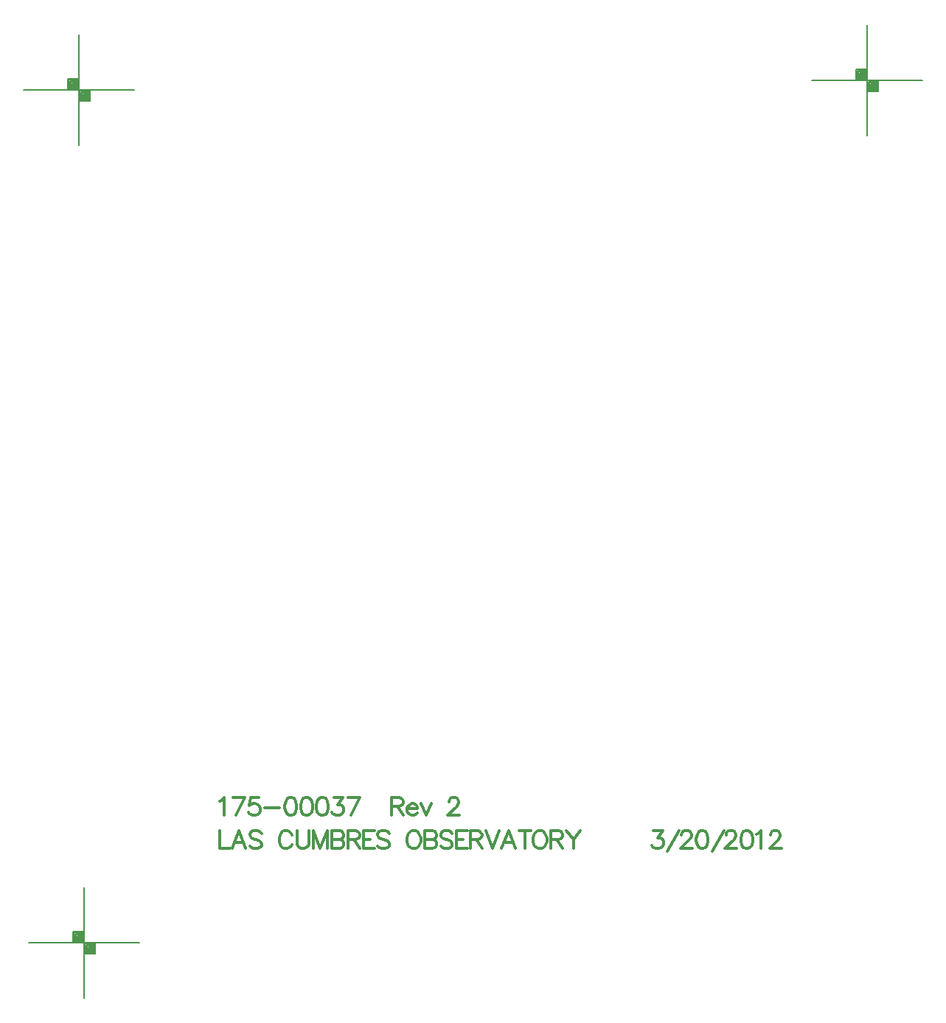
<source format=gtp>
%FSLAX23Y23*%
%MOIN*%
G70*
G01*
G75*
G04 Layer_Color=8421504*
%ADD10C,0.010*%
%ADD11C,0.012*%
%ADD12C,0.008*%
%ADD13C,0.012*%
%ADD14C,0.012*%
%ADD15C,0.069*%
%ADD16R,0.069X0.069*%
%ADD17C,0.177*%
%ADD18C,0.059*%
%ADD19R,0.059X0.059*%
%ADD20C,0.120*%
%ADD21R,0.120X0.120*%
%ADD22C,0.020*%
%ADD23C,0.050*%
%ADD24C,0.040*%
%ADD25C,0.087*%
G04:AMPARAMS|DCode=26|XSize=87.244mil|YSize=87.244mil|CornerRadius=0mil|HoleSize=0mil|Usage=FLASHONLY|Rotation=0.000|XOffset=0mil|YOffset=0mil|HoleType=Round|Shape=Relief|Width=10mil|Gap=10mil|Entries=4|*
%AMTHD26*
7,0,0,0.087,0.067,0.010,45*
%
%ADD26THD26*%
%ADD27C,0.162*%
%ADD28C,0.075*%
G04:AMPARAMS|DCode=29|XSize=110mil|YSize=110mil|CornerRadius=0mil|HoleSize=0mil|Usage=FLASHONLY|Rotation=0.000|XOffset=0mil|YOffset=0mil|HoleType=Round|Shape=Relief|Width=10mil|Gap=10mil|Entries=4|*
%AMTHD29*
7,0,0,0.110,0.090,0.010,45*
%
%ADD29THD29*%
%ADD30C,0.110*%
%ADD31C,0.068*%
G04:AMPARAMS|DCode=32|XSize=68mil|YSize=68mil|CornerRadius=0mil|HoleSize=0mil|Usage=FLASHONLY|Rotation=0.000|XOffset=0mil|YOffset=0mil|HoleType=Round|Shape=Relief|Width=10mil|Gap=10mil|Entries=4|*
%AMTHD32*
7,0,0,0.068,0.048,0.010,45*
%
%ADD32THD32*%
%ADD33C,0.005*%
%ADD34R,0.050X0.050*%
%ADD35R,0.272X0.268*%
%ADD36R,0.075X0.037*%
%ADD37R,0.050X0.050*%
%ADD38C,0.020*%
%ADD39R,0.315X0.135*%
D12*
X47076Y37005D02*
X47576D01*
X47326Y36755D02*
Y37255D01*
X47376Y36955D02*
Y37005D01*
X47326Y36955D02*
X47376D01*
X47276Y37005D02*
Y37055D01*
X47326D01*
X47281Y37010D02*
X47321D01*
X47281D02*
Y37050D01*
X47321D01*
Y37010D02*
Y37050D01*
X47286Y37015D02*
X47316D01*
X47286D02*
Y37045D01*
X47316D01*
Y37020D02*
Y37045D01*
X47291Y37020D02*
X47311D01*
X47291D02*
Y37040D01*
X47311D01*
Y37025D02*
Y37040D01*
X47296Y37025D02*
X47306D01*
X47296D02*
Y37035D01*
X47306D01*
Y37025D02*
Y37035D01*
X47296Y37030D02*
X47306D01*
X47331Y36960D02*
X47371D01*
X47331D02*
Y37000D01*
X47371D01*
Y36960D02*
Y37000D01*
X47336Y36965D02*
X47366D01*
X47336D02*
Y36995D01*
X47366D01*
Y36970D02*
Y36995D01*
X47341Y36970D02*
X47361D01*
X47341D02*
Y36990D01*
X47361D01*
Y36975D02*
Y36990D01*
X47346Y36975D02*
X47356D01*
X47346D02*
Y36985D01*
X47356D01*
Y36975D02*
Y36985D01*
X47346Y36980D02*
X47356D01*
X43511Y36964D02*
X44011D01*
X43761Y36714D02*
Y37214D01*
X43811Y36914D02*
Y36964D01*
X43761Y36914D02*
X43811D01*
X43711Y36964D02*
Y37014D01*
X43761D01*
X43716Y36969D02*
X43756D01*
X43716D02*
Y37009D01*
X43756D01*
Y36969D02*
Y37009D01*
X43721Y36974D02*
X43751D01*
X43721D02*
Y37004D01*
X43751D01*
Y36979D02*
Y37004D01*
X43726Y36979D02*
X43746D01*
X43726D02*
Y36999D01*
X43746D01*
Y36984D02*
Y36999D01*
X43731Y36984D02*
X43741D01*
X43731D02*
Y36994D01*
X43741D01*
Y36984D02*
Y36994D01*
X43731Y36989D02*
X43741D01*
X43766Y36919D02*
X43806D01*
X43766D02*
Y36959D01*
X43806D01*
Y36919D02*
Y36959D01*
X43771Y36924D02*
X43801D01*
X43771D02*
Y36954D01*
X43801D01*
Y36929D02*
Y36954D01*
X43776Y36929D02*
X43796D01*
X43776D02*
Y36949D01*
X43796D01*
Y36934D02*
Y36949D01*
X43781Y36934D02*
X43791D01*
X43781D02*
Y36944D01*
X43791D01*
Y36934D02*
Y36944D01*
X43781Y36939D02*
X43791D01*
X43534Y33107D02*
X44034D01*
X43784Y32857D02*
Y33357D01*
X43834Y33057D02*
Y33107D01*
X43784Y33057D02*
X43834D01*
X43734Y33107D02*
Y33157D01*
X43784D01*
X43739Y33112D02*
X43779D01*
X43739D02*
Y33152D01*
X43779D01*
Y33112D02*
Y33152D01*
X43744Y33117D02*
X43774D01*
X43744D02*
Y33147D01*
X43774D01*
Y33122D02*
Y33147D01*
X43749Y33122D02*
X43769D01*
X43749D02*
Y33142D01*
X43769D01*
Y33127D02*
Y33142D01*
X43754Y33127D02*
X43764D01*
X43754D02*
Y33137D01*
X43764D01*
Y33127D02*
Y33137D01*
X43754Y33132D02*
X43764D01*
X43789Y33062D02*
X43829D01*
X43789D02*
Y33102D01*
X43829D01*
Y33062D02*
Y33102D01*
X43794Y33067D02*
X43824D01*
X43794D02*
Y33097D01*
X43824D01*
Y33072D02*
Y33097D01*
X43799Y33072D02*
X43819D01*
X43799D02*
Y33092D01*
X43819D01*
Y33077D02*
Y33092D01*
X43804Y33077D02*
X43814D01*
X43804D02*
Y33087D01*
X43814D01*
Y33077D02*
Y33087D01*
X43804Y33082D02*
X43814D01*
D13*
X44399Y33746D02*
X44407Y33750D01*
X44419Y33762D01*
Y33682D01*
X44511Y33762D02*
X44473Y33682D01*
X44458Y33762D02*
X44511D01*
X44575D02*
X44537D01*
X44533Y33727D01*
X44537Y33731D01*
X44548Y33735D01*
X44560D01*
X44571Y33731D01*
X44579Y33724D01*
X44583Y33712D01*
Y33704D01*
X44579Y33693D01*
X44571Y33685D01*
X44560Y33682D01*
X44548D01*
X44537Y33685D01*
X44533Y33689D01*
X44529Y33697D01*
X44601Y33716D02*
X44669D01*
X44716Y33762D02*
X44704Y33758D01*
X44697Y33746D01*
X44693Y33727D01*
Y33716D01*
X44697Y33697D01*
X44704Y33685D01*
X44716Y33682D01*
X44723D01*
X44735Y33685D01*
X44742Y33697D01*
X44746Y33716D01*
Y33727D01*
X44742Y33746D01*
X44735Y33758D01*
X44723Y33762D01*
X44716D01*
X44787D02*
X44775Y33758D01*
X44768Y33746D01*
X44764Y33727D01*
Y33716D01*
X44768Y33697D01*
X44775Y33685D01*
X44787Y33682D01*
X44794D01*
X44806Y33685D01*
X44814Y33697D01*
X44817Y33716D01*
Y33727D01*
X44814Y33746D01*
X44806Y33758D01*
X44794Y33762D01*
X44787D01*
X44858D02*
X44847Y33758D01*
X44839Y33746D01*
X44835Y33727D01*
Y33716D01*
X44839Y33697D01*
X44847Y33685D01*
X44858Y33682D01*
X44866D01*
X44877Y33685D01*
X44885Y33697D01*
X44889Y33716D01*
Y33727D01*
X44885Y33746D01*
X44877Y33758D01*
X44866Y33762D01*
X44858D01*
X44914D02*
X44956D01*
X44933Y33731D01*
X44945D01*
X44952Y33727D01*
X44956Y33724D01*
X44960Y33712D01*
Y33704D01*
X44956Y33693D01*
X44948Y33685D01*
X44937Y33682D01*
X44925D01*
X44914Y33685D01*
X44910Y33689D01*
X44906Y33697D01*
X45031Y33762D02*
X44993Y33682D01*
X44978Y33762D02*
X45031D01*
X45175D02*
Y33682D01*
Y33762D02*
X45209D01*
X45220Y33758D01*
X45224Y33754D01*
X45228Y33746D01*
Y33739D01*
X45224Y33731D01*
X45220Y33727D01*
X45209Y33724D01*
X45175D01*
X45201D02*
X45228Y33682D01*
X45246Y33712D02*
X45291D01*
Y33720D01*
X45288Y33727D01*
X45284Y33731D01*
X45276Y33735D01*
X45265D01*
X45257Y33731D01*
X45250Y33724D01*
X45246Y33712D01*
Y33704D01*
X45250Y33693D01*
X45257Y33685D01*
X45265Y33682D01*
X45276D01*
X45284Y33685D01*
X45291Y33693D01*
X45309Y33735D02*
X45331Y33682D01*
X45354Y33735D02*
X45331Y33682D01*
X45434Y33743D02*
Y33746D01*
X45438Y33754D01*
X45442Y33758D01*
X45449Y33762D01*
X45464D01*
X45472Y33758D01*
X45476Y33754D01*
X45480Y33746D01*
Y33739D01*
X45476Y33731D01*
X45468Y33720D01*
X45430Y33682D01*
X45483D01*
D14*
X44399Y33612D02*
Y33532D01*
X44445D01*
X44515D02*
X44484Y33612D01*
X44454Y33532D01*
X44465Y33558D02*
X44503D01*
X44587Y33600D02*
X44579Y33608D01*
X44568Y33612D01*
X44553D01*
X44541Y33608D01*
X44534Y33600D01*
Y33593D01*
X44537Y33585D01*
X44541Y33581D01*
X44549Y33577D01*
X44572Y33570D01*
X44579Y33566D01*
X44583Y33562D01*
X44587Y33554D01*
Y33543D01*
X44579Y33535D01*
X44568Y33532D01*
X44553D01*
X44541Y33535D01*
X44534Y33543D01*
X44725Y33593D02*
X44721Y33600D01*
X44713Y33608D01*
X44706Y33612D01*
X44690D01*
X44683Y33608D01*
X44675Y33600D01*
X44671Y33593D01*
X44668Y33581D01*
Y33562D01*
X44671Y33551D01*
X44675Y33543D01*
X44683Y33535D01*
X44690Y33532D01*
X44706D01*
X44713Y33535D01*
X44721Y33543D01*
X44725Y33551D01*
X44747Y33612D02*
Y33554D01*
X44751Y33543D01*
X44759Y33535D01*
X44770Y33532D01*
X44778D01*
X44789Y33535D01*
X44797Y33543D01*
X44801Y33554D01*
Y33612D01*
X44823D02*
Y33532D01*
Y33612D02*
X44853Y33532D01*
X44884Y33612D02*
X44853Y33532D01*
X44884Y33612D02*
Y33532D01*
X44906Y33612D02*
Y33532D01*
Y33612D02*
X44941D01*
X44952Y33608D01*
X44956Y33604D01*
X44960Y33596D01*
Y33589D01*
X44956Y33581D01*
X44952Y33577D01*
X44941Y33573D01*
X44906D02*
X44941D01*
X44952Y33570D01*
X44956Y33566D01*
X44960Y33558D01*
Y33547D01*
X44956Y33539D01*
X44952Y33535D01*
X44941Y33532D01*
X44906D01*
X44978Y33612D02*
Y33532D01*
Y33612D02*
X45012D01*
X45023Y33608D01*
X45027Y33604D01*
X45031Y33596D01*
Y33589D01*
X45027Y33581D01*
X45023Y33577D01*
X45012Y33573D01*
X44978D01*
X45004D02*
X45031Y33532D01*
X45098Y33612D02*
X45049D01*
Y33532D01*
X45098D01*
X45049Y33573D02*
X45079D01*
X45165Y33600D02*
X45157Y33608D01*
X45146Y33612D01*
X45131D01*
X45119Y33608D01*
X45112Y33600D01*
Y33593D01*
X45116Y33585D01*
X45119Y33581D01*
X45127Y33577D01*
X45150Y33570D01*
X45157Y33566D01*
X45161Y33562D01*
X45165Y33554D01*
Y33543D01*
X45157Y33535D01*
X45146Y33532D01*
X45131D01*
X45119Y33535D01*
X45112Y33543D01*
X45269Y33612D02*
X45261Y33608D01*
X45253Y33600D01*
X45250Y33593D01*
X45246Y33581D01*
Y33562D01*
X45250Y33551D01*
X45253Y33543D01*
X45261Y33535D01*
X45269Y33532D01*
X45284D01*
X45291Y33535D01*
X45299Y33543D01*
X45303Y33551D01*
X45307Y33562D01*
Y33581D01*
X45303Y33593D01*
X45299Y33600D01*
X45291Y33608D01*
X45284Y33612D01*
X45269D01*
X45325D02*
Y33532D01*
Y33612D02*
X45360D01*
X45371Y33608D01*
X45375Y33604D01*
X45379Y33596D01*
Y33589D01*
X45375Y33581D01*
X45371Y33577D01*
X45360Y33573D01*
X45325D02*
X45360D01*
X45371Y33570D01*
X45375Y33566D01*
X45379Y33558D01*
Y33547D01*
X45375Y33539D01*
X45371Y33535D01*
X45360Y33532D01*
X45325D01*
X45450Y33600D02*
X45442Y33608D01*
X45431Y33612D01*
X45416D01*
X45404Y33608D01*
X45397Y33600D01*
Y33593D01*
X45400Y33585D01*
X45404Y33581D01*
X45412Y33577D01*
X45435Y33570D01*
X45442Y33566D01*
X45446Y33562D01*
X45450Y33554D01*
Y33543D01*
X45442Y33535D01*
X45431Y33532D01*
X45416D01*
X45404Y33535D01*
X45397Y33543D01*
X45517Y33612D02*
X45468D01*
Y33532D01*
X45517D01*
X45468Y33573D02*
X45498D01*
X45531Y33612D02*
Y33532D01*
Y33612D02*
X45565D01*
X45576Y33608D01*
X45580Y33604D01*
X45584Y33596D01*
Y33589D01*
X45580Y33581D01*
X45576Y33577D01*
X45565Y33573D01*
X45531D01*
X45557D02*
X45584Y33532D01*
X45602Y33612D02*
X45632Y33532D01*
X45663Y33612D02*
X45632Y33532D01*
X45734D02*
X45704Y33612D01*
X45673Y33532D01*
X45685Y33558D02*
X45723D01*
X45779Y33612D02*
Y33532D01*
X45753Y33612D02*
X45806D01*
X45838D02*
X45831Y33608D01*
X45823Y33600D01*
X45819Y33593D01*
X45816Y33581D01*
Y33562D01*
X45819Y33551D01*
X45823Y33543D01*
X45831Y33535D01*
X45838Y33532D01*
X45854D01*
X45861Y33535D01*
X45869Y33543D01*
X45873Y33551D01*
X45877Y33562D01*
Y33581D01*
X45873Y33593D01*
X45869Y33600D01*
X45861Y33608D01*
X45854Y33612D01*
X45838D01*
X45895D02*
Y33532D01*
Y33612D02*
X45929D01*
X45941Y33608D01*
X45945Y33604D01*
X45948Y33596D01*
Y33589D01*
X45945Y33581D01*
X45941Y33577D01*
X45929Y33573D01*
X45895D01*
X45922D02*
X45948Y33532D01*
X45966Y33612D02*
X45997Y33573D01*
Y33532D01*
X46027Y33612D02*
X45997Y33573D01*
X46359Y33612D02*
X46401D01*
X46379Y33581D01*
X46390D01*
X46398Y33577D01*
X46401Y33573D01*
X46405Y33562D01*
Y33554D01*
X46401Y33543D01*
X46394Y33535D01*
X46382Y33532D01*
X46371D01*
X46359Y33535D01*
X46356Y33539D01*
X46352Y33547D01*
X46423Y33520D02*
X46476Y33612D01*
X46486Y33593D02*
Y33596D01*
X46489Y33604D01*
X46493Y33608D01*
X46501Y33612D01*
X46516D01*
X46524Y33608D01*
X46527Y33604D01*
X46531Y33596D01*
Y33589D01*
X46527Y33581D01*
X46520Y33570D01*
X46482Y33532D01*
X46535D01*
X46576Y33612D02*
X46564Y33608D01*
X46557Y33596D01*
X46553Y33577D01*
Y33566D01*
X46557Y33547D01*
X46564Y33535D01*
X46576Y33532D01*
X46583D01*
X46595Y33535D01*
X46602Y33547D01*
X46606Y33566D01*
Y33577D01*
X46602Y33596D01*
X46595Y33608D01*
X46583Y33612D01*
X46576D01*
X46624Y33520D02*
X46677Y33612D01*
X46687Y33593D02*
Y33596D01*
X46690Y33604D01*
X46694Y33608D01*
X46702Y33612D01*
X46717D01*
X46725Y33608D01*
X46729Y33604D01*
X46732Y33596D01*
Y33589D01*
X46729Y33581D01*
X46721Y33570D01*
X46683Y33532D01*
X46736D01*
X46777Y33612D02*
X46765Y33608D01*
X46758Y33596D01*
X46754Y33577D01*
Y33566D01*
X46758Y33547D01*
X46765Y33535D01*
X46777Y33532D01*
X46785D01*
X46796Y33535D01*
X46804Y33547D01*
X46807Y33566D01*
Y33577D01*
X46804Y33596D01*
X46796Y33608D01*
X46785Y33612D01*
X46777D01*
X46825Y33596D02*
X46833Y33600D01*
X46844Y33612D01*
Y33532D01*
X46888Y33593D02*
Y33596D01*
X46892Y33604D01*
X46895Y33608D01*
X46903Y33612D01*
X46918D01*
X46926Y33608D01*
X46930Y33604D01*
X46933Y33596D01*
Y33589D01*
X46930Y33581D01*
X46922Y33570D01*
X46884Y33532D01*
X46937D01*
M02*

</source>
